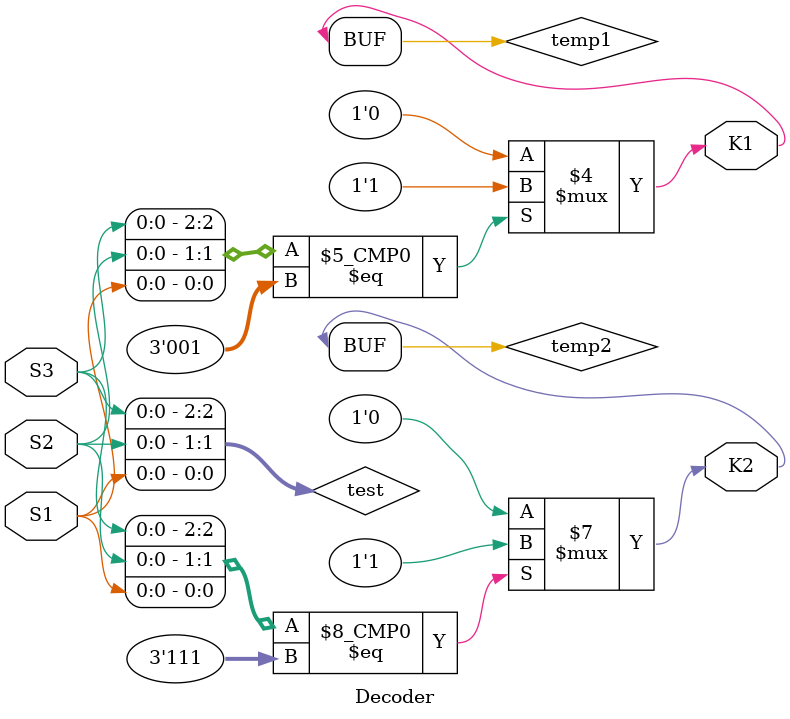
<source format=v>
module Decoder(
    input wire S1,
    input wire S2,
    input wire S3,
    output wire K1,
    output wire K2
);

reg [2:0] test;
reg temp1;
reg temp2;

always @(*) begin


test = {S3,S2,S1};
temp1 = 1'b0;
temp2 = 1'b0;

case (test) 

3'b001:temp1 = 1'b1;
3'b111:temp2 = 1'b1;



endcase

end
assign K1 = temp1;
assign K2 = temp2;
 
endmodule
</source>
